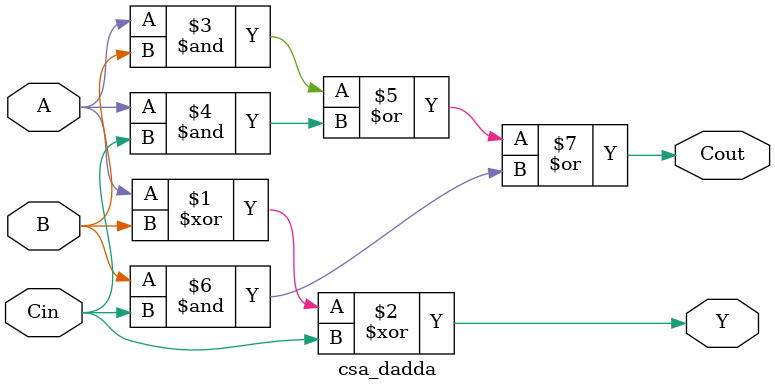
<source format=v>


module csa_dadda(A,B,Cin,Y,Cout);
input A,B,Cin;
output Y,Cout;
    
assign Y = A^B^Cin;
assign Cout = (A&B)|(A&Cin)|(B&Cin);
    
endmodule

</source>
